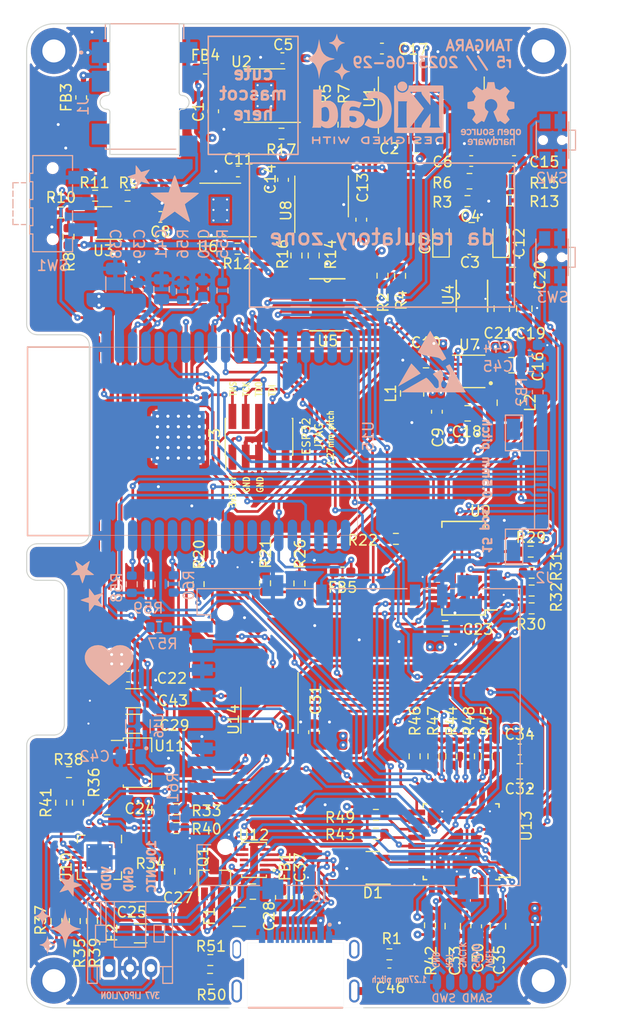
<source format=kicad_pcb>
(kicad_pcb (version 20221018) (generator pcbnew)

  (general
    (thickness 1.566672)
  )

  (paper "A4")
  (layers
    (0 "F.Cu" signal)
    (1 "In1.Cu" signal)
    (2 "In2.Cu" signal)
    (31 "B.Cu" signal)
    (32 "B.Adhes" user "B.Adhesive")
    (33 "F.Adhes" user "F.Adhesive")
    (34 "B.Paste" user)
    (35 "F.Paste" user)
    (36 "B.SilkS" user "B.Silkscreen")
    (37 "F.SilkS" user "F.Silkscreen")
    (38 "B.Mask" user)
    (39 "F.Mask" user)
    (40 "Dwgs.User" user "User.Drawings")
    (41 "Cmts.User" user "User.Comments")
    (42 "Eco1.User" user "User.Eco1")
    (43 "Eco2.User" user "User.Eco2")
    (44 "Edge.Cuts" user)
    (45 "Margin" user)
    (46 "B.CrtYd" user "B.Courtyard")
    (47 "F.CrtYd" user "F.Courtyard")
    (48 "B.Fab" user)
    (49 "F.Fab" user)
    (50 "User.1" user)
    (51 "User.2" user)
    (52 "User.3" user)
    (53 "User.4" user)
    (54 "User.5" user)
    (55 "User.6" user)
    (56 "User.7" user)
    (57 "User.8" user)
    (58 "User.9" user)
  )

  (setup
    (stackup
      (layer "F.SilkS" (type "Top Silk Screen") (color "White"))
      (layer "F.Paste" (type "Top Solder Paste"))
      (layer "F.Mask" (type "Top Solder Mask") (color "Purple") (thickness 0.0254))
      (layer "F.Cu" (type "copper") (thickness 0.04318))
      (layer "dielectric 1" (type "prepreg") (thickness 0.202184) (material "FR408-HR") (epsilon_r 3.69) (loss_tangent 0.0091))
      (layer "In1.Cu" (type "copper") (thickness 0.017272))
      (layer "dielectric 2" (type "core") (thickness 0.9906) (material "FR408-HR") (epsilon_r 3.69) (loss_tangent 0.0091))
      (layer "In2.Cu" (type "copper") (thickness 0.017272))
      (layer "dielectric 3" (type "prepreg") (thickness 0.202184) (material "FR408-HR") (epsilon_r 3.69) (loss_tangent 0.0091))
      (layer "B.Cu" (type "copper") (thickness 0.04318))
      (layer "B.Mask" (type "Bottom Solder Mask") (color "Purple") (thickness 0.0254))
      (layer "B.Paste" (type "Bottom Solder Paste"))
      (layer "B.SilkS" (type "Bottom Silk Screen") (color "White"))
      (copper_finish "ENIG")
      (dielectric_constraints no)
    )
    (pad_to_mask_clearance 0.0508)
    (aux_axis_origin 117.25 51)
    (grid_origin 156.898211 0)
    (pcbplotparams
      (layerselection 0x00010fc_ffffffff)
      (plot_on_all_layers_selection 0x0000000_00000000)
      (disableapertmacros false)
      (usegerberextensions true)
      (usegerberattributes true)
      (usegerberadvancedattributes true)
      (creategerberjobfile true)
      (dashed_line_dash_ratio 12.000000)
      (dashed_line_gap_ratio 3.000000)
      (svgprecision 6)
      (plotframeref false)
      (viasonmask false)
      (mode 1)
      (useauxorigin false)
      (hpglpennumber 1)
      (hpglpenspeed 20)
      (hpglpendiameter 15.000000)
      (dxfpolygonmode true)
      (dxfimperialunits true)
      (dxfusepcbnewfont true)
      (psnegative false)
      (psa4output false)
      (plotreference true)
      (plotvalue true)
      (plotinvisibletext false)
      (sketchpadsonfab false)
      (subtractmaskfromsilk false)
      (outputformat 1)
      (mirror false)
      (drillshape 0)
      (scaleselection 1)
      (outputdirectory "gerbers2")
    )
  )

  (net 0 "")
  (net 1 "GND")
  (net 2 "/ESP_EN")
  (net 3 "BAT_LEVEL")
  (net 4 "SYS_POWER")
  (net 5 "USB.DP")
  (net 6 "USB.DN")
  (net 7 "~{3.5mm_DETECT}")
  (net 8 "/JTAG.TMS")
  (net 9 "/JTAG.TCK")
  (net 10 "/JTAG.TDO")
  (net 11 "/JTAG.TDI")
  (net 12 "/SWD.SWDIO")
  (net 13 "/SWD.SWCLK")
  (net 14 "/SWD.RESET")
  (net 15 "/Power/NTC")
  (net 16 "~{CHG_PWR_OK}")
  (net 17 "I2C.SCL")
  (net 18 "/Power/VBUS_RAW")
  (net 19 "I2C.SDA")
  (net 20 "ESP_SPI.PICO")
  (net 21 "/Peripherals/~{DISPLAY_RST}")
  (net 22 "ESP_SPI.SCLK")
  (net 23 "ESP_SPI.DISPLAY_CS")
  (net 24 "DISPLAY_LED_EN")
  (net 25 "/ESP_BOOT")
  (net 26 "~{SD_VDD_EN}")
  (net 27 "/UART.ESP.TX")
  (net 28 "ESP_SPI.POCI")
  (net 29 "DAC.DATA")
  (net 30 "DAC.BCK")
  (net 31 "ESP_SPI.SD_CS")
  (net 32 "DAC.LRCK")
  (net 33 "SAMD_SPI.POCI")
  (net 34 "/UART.ESP.RX")
  (net 35 "SAMD_SPI.CS")
  (net 36 "SAMD_SPI.PICO")
  (net 37 "/~{SAMD_INT}")
  (net 38 "SAMD_SPI.SCLK")
  (net 39 "CHG_SEL")
  (net 40 "AMP_EN")
  (net 41 "/Power/VBUS_SWITCHED")
  (net 42 "~{GPIO_INT}")
  (net 43 "USB_TCC0")
  (net 44 "USB_TCC1")
  (net 45 "KEY_LOCK")
  (net 46 "CHG_STAT1")
  (net 47 "CHG_STAT2")
  (net 48 "~{TOUCH_INT}")
  (net 49 "DISPLAY_DR")
  (net 50 "+3V3")
  (net 51 "+5VA")
  (net 52 "-5VA")
  (net 53 "KEY_VOL_UP")
  (net 54 "Net-(J7-Pin_1)")
  (net 55 "/Audio/DAC_L")
  (net 56 "Net-(C7-Pad2)")
  (net 57 "/Audio/TIP_SW")
  (net 58 "KEY_VOL_DOWN")
  (net 59 "Net-(J4-CD{slash}DAT3)")
  (net 60 "Net-(J4-CMD)")
  (net 61 "Net-(J4-CLK)")
  (net 62 "Net-(J4-DAT0)")
  (net 63 "Net-(J4-DAT1)")
  (net 64 "Net-(J4-DAT2)")
  (net 65 "unconnected-(J1-Pad6)")
  (net 66 "/Power/CC1")
  (net 67 "/Power/CC2")
  (net 68 "Net-(C12-Pad2)")
  (net 69 "/Audio/DAC_R")
  (net 70 "Net-(U4-VQ)")
  (net 71 "Net-(U4-FIL+)")
  (net 72 "Net-(U10-V_{BAT_SENSE})")
  (net 73 "Net-(U13-VDDCORE)")
  (net 74 "unconnected-(J3-UART_TX-Pad7)")
  (net 75 "unconnected-(J3-UART_RX-Pad9)")
  (net 76 "unconnected-(J3-nRst-Pad10)")
  (net 77 "unconnected-(J6-SBU1-PadA8)")
  (net 78 "unconnected-(J6-SBU2-PadB8)")
  (net 79 "Net-(U7-SWN)")
  (net 80 "Net-(U7-SWP)")
  (net 81 "Net-(Q1-G)")
  (net 82 "Net-(U6-OUT)")
  (net 83 "Net-(U2-OUT)")
  (net 84 "Net-(U4-AOUTL)")
  (net 85 "Net-(U8B--)")
  (net 86 "Net-(U3--)")
  (net 87 "Net-(U3-+)")
  (net 88 "Net-(U6-BW)")
  (net 89 "Net-(U4-AOUTR)")
  (net 90 "Net-(U8A--)")
  (net 91 "Net-(U2-BW)")
  (net 92 "Net-(U14E-~{OE})")
  (net 93 "Net-(U14E-S)")
  (net 94 "Net-(U10-VPCC)")
  (net 95 "Net-(U10-CE)")
  (net 96 "Net-(U10-PROG3)")
  (net 97 "Net-(U10-PROG2)")
  (net 98 "Net-(U10-PROG1)")
  (net 99 "unconnected-(SW1-A-Pad1)")
  (net 100 "unconnected-(U2-NC-Pad2)")
  (net 101 "Net-(U2-IN)")
  (net 102 "unconnected-(U2-NC-Pad5)")
  (net 103 "unconnected-(U2-NC-Pad8)")
  (net 104 "unconnected-(U6-NC-Pad2)")
  (net 105 "Net-(U6-IN)")
  (net 106 "unconnected-(U6-NC-Pad5)")
  (net 107 "unconnected-(U6-NC-Pad8)")
  (net 108 "unconnected-(U9-IO0_6-Pad10)")
  (net 109 "unconnected-(U9-IO1_6-Pad19)")
  (net 110 "unconnected-(U9-IO1_7-Pad20)")
  (net 111 "unconnected-(U12-ORIENT-Pad8)")
  (net 112 "unconnected-(U12-SWMONI-Pad9)")
  (net 113 "unconnected-(U13-SERCOM3.1-Pad22)")
  (net 114 "unconnected-(U15-I39{slash}NOINT-Pad5)")
  (net 115 "unconnected-(U15-SHD{slash}SD2-Pad17)")
  (net 116 "unconnected-(U15-SWP{slash}SD3-Pad18)")
  (net 117 "unconnected-(U15-SCS{slash}CMD-Pad19)")
  (net 118 "unconnected-(U15-SCK{slash}CLK-Pad20)")
  (net 119 "unconnected-(U15-SDO{slash}SD0-Pad21)")
  (net 120 "unconnected-(U15-SDI{slash}SD1-Pad22)")
  (net 121 "unconnected-(U15-IO16-Pad27)")
  (net 122 "unconnected-(U15-IO17-Pad28)")
  (net 123 "unconnected-(U15-NC-Pad32)")
  (net 124 "Net-(C46-Pad1)")
  (net 125 "Net-(J2-Pin_13)")
  (net 126 "Net-(FB3-Pad2)")
  (net 127 "Net-(FB4-Pad2)")
  (net 128 "Net-(J4-VDD)")
  (net 129 "/Audio/POT_SCL")
  (net 130 "/Audio/POT_SDA")
  (net 131 "/Audio/POT_R")
  (net 132 "/Audio/POT_L")
  (net 133 "unconnected-(U16-NC-Pad4)")
  (net 134 "unconnected-(U9-IO1_3-Pad16)")
  (net 135 "unconnected-(U9-IO1_4-Pad17)")
  (net 136 "unconnected-(U9-IO1_5-Pad18)")
  (net 137 "Net-(U12-VBUS)")
  (net 138 "Net-(Q1-S)")
  (net 139 "DAC.MCK")
  (net 140 "SD_CD")

  (footprint "Package_TO_SOT_SMD:TSOT-23" (layer "F.Cu") (at 135.452345 133.388254 90))

  (footprint "Fuse:Fuse_1206_3216Metric" (layer "F.Cu") (at 128.398922 138.476211))

  (footprint "MountingHole:MountingHole_2.2mm_M2_Pad" (layer "F.Cu") (at 166.9 143))

  (footprint "Inductor_SMD:L_1008_2520Metric" (layer "F.Cu") (at 154.359495 86.82128 90))

  (footprint "Capacitor_SMD:C_0805_2012Metric" (layer "F.Cu") (at 125.2 126.4 180))

  (footprint "Resistor_SMD:R_0603_1608Metric" (layer "F.Cu") (at 152.186764 140.485079 180))

  (footprint "Resistor_SMD:R_0603_1608Metric" (layer "F.Cu") (at 122.1 137.3 -90))

  (footprint "Package_DFN_QFN:QFN-20-1EP_4x4mm_P0.5mm_EP2.5x2.5mm_ThermalVias" (layer "F.Cu") (at 124.4625 131.2 -90))

  (footprint "Capacitor_SMD:C_0805_2012Metric" (layer "F.Cu") (at 127.65 134.75))

  (footprint "Capacitor_SMD:C_0603_1608Metric" (layer "F.Cu") (at 160.011013 64.582439 180))

  (footprint "Package_SO:SSOP-24_3.9x8.7mm_P0.635mm" (layer "F.Cu") (at 159.283585 103.539839 180))

  (footprint "Resistor_SMD:R_0603_1608Metric" (layer "F.Cu") (at 150.895998 127.14459))

  (footprint "Resistor_SMD:R_0603_1608Metric" (layer "F.Cu") (at 163.702861 68.350933 180))

  (footprint "Capacitor_SMD:C_0603_1608Metric" (layer "F.Cu") (at 156.730823 88.571527 -90))

  (footprint "Resistor_SMD:R_0603_1608Metric" (layer "F.Cu") (at 120.35 137.3 90))

  (footprint "Capacitor_SMD:C_0805_2012Metric" (layer "F.Cu") (at 162.935883 78.712466 90))

  (footprint "Capacitor_SMD:C_0805_2012Metric" (layer "F.Cu") (at 163.983308 75.479256))

  (footprint "Resistor_SMD:R_0603_1608Metric" (layer "F.Cu") (at 165.791164 107.382484 180))

  (footprint "Capacitor_SMD:C_0603_1608Metric" (layer "F.Cu") (at 127.199942 113.92247))

  (footprint "Resistor_SMD:R_0603_1608Metric" (layer "F.Cu") (at 151.529799 75.553923 -90))

  (footprint "Capacitor_SMD:C_0805_2012Metric" (layer "F.Cu") (at 165.086336 78.712466 90))

  (footprint "Capacitor_SMD:C_0603_1608Metric" (layer "F.Cu") (at 149.498945 70.195736 90))

  (footprint "Resistor_SMD:R_0603_1608Metric" (layer "F.Cu") (at 121.55 123.05 180))

  (footprint "Capacitor_SMD:C_0603_1608Metric" (layer "F.Cu") (at 164.103765 64.582439 180))

  (footprint "Resistor_SMD:R_0603_1608Metric" (layer "F.Cu") (at 120.775 69.5))

  (footprint "Capacitor_SMD:C_0603_1608Metric" (layer "F.Cu") (at 135.33595 59.823358 -90))

  (footprint "footprints:BD91N01NUX-E2" (layer "F.Cu") (at 139.243272 131.449176 180))

  (footprint "Capacitor_SMD:C_0603_1608Metric" (layer "F.Cu") (at 159.84744 73.000137))

  (footprint "Capacitor_SMD:C_0603_1608Metric" (layer "F.Cu") (at 130.288405 69.929115 180))

  (footprint "Resistor_SMD:R_0603_1608Metric" (layer "F.Cu") (at 123.75 137.3 -90))

  (footprint "Capacitor_SMD:C_0805_2012Metric" (layer "F.Cu") (at 158.250275 137.782994 90))

  (footprint "Inductor_SMD:L_0603_1608Metric" (layer "F.Cu") (at 141.810723 135.018827 90))

  (footprint "Capacitor_SMD:C_1206_3216Metric" (layer "F.Cu") (at 127.689634 115.979174))

  (footprint "Resistor_SMD:R_0603_1608Metric" (layer "F.Cu") (at 120.8 125.975 -90))

  (footprint "Resistor_SMD:R_0603_1608Metric" (layer "F.Cu") (at 141.870511 61.969134 180))

  (footprint "Resistor_SMD:R_0603_1608Metric" (layer "F.Cu") (at 127.15 67.9 180))

  (footprint "Capacitor_SMD:C_0603_1608Metric" (layer "F.Cu") (at 141.956848 54.741656 180))

  (footprint "Capacitor_SMD:C_0805_2012Metric" (layer "F.Cu") (at 132.4 132.55 -90))

  (footprint "Capacitor_SMD:C_0603_1608Metric" (layer "F.Cu") (at 137.699757 65.581114 180))

  (footprint "Package_SO:SO-8_3.9x4.9mm_P1.27mm" (layer "F.Cu") (at 145.703945 67.970736 90))

  (footprint "Capacitor_SMD:C_0603_1608Metric" (layer "F.Cu") (at 143.420241 135.021258 90))

  (footprint "Resistor_SMD:R_0603_1608Metric" (layer "F.Cu") (at 152.808805 100.732369 180))

  (footprint "Capacitor_SMD:C_0805_2012Metric" (layer "F.Cu") (at 159.669975 88.722187))

  (footprint "Resistor_SMD:R_0603_1608Metric" (layer "F.Cu") (at 129.375 133 180))

  (footprint "Resistor_SMD:R_0603_1608Metric" (layer "F.Cu") (at 135.064421 141.033811))

  (footprint "Inductor_SMD:L_1008_2520Metric" (layer "F.Cu") (at 163.602982 87.707661 -90))

  (footprint "Capacitor_Tantalum_SMD:CP_EIA-2012-15_AVX-P" (layer "F.Cu") (at 162.868469 72.09412 90))

  (footprint "Resistor_SMD:R_0603_1608Metric" (layer "F.Cu") (at 159.653734 68.417751 180))

  (footprint "Capacitor_SMD:C_0805_2012Metric" (layer "F.Cu")
    (tstamp 8166f636-be54-4d0b-b24b-1f2a874dc1fb)
    (at 160.060262 71.207954)
    (descr "Capacitor SMD 0805 (2012 Metric), square (rectangular) end terminal, IPC_7351 nominal, (Body size source: IPC-SM-782 page 76, https://www.pcb-3d.com/wordpress/wp-content/uploads/ipc-sm-782a_amendment_1_and_2.pdf, https://docs.google.com/spreadsheets/d/1BsfQQcO9C6DZCsRaXUlFlo91Tg2WpOkGARC1WS5S8t0/edit?usp=sharing), generated with kicad-footprint-generator")
    (tags "capacitor")
    (property "MPN" "GRM216R61C105KA88D")
    (property "PN" "")
    (property "Sheetfile" "audio.kicad_sch")
    (property "Sheetname" "Audio")
    (property "ki_description" "Unpolarized capacitor, small symbol")
    (property "ki_keywords" "capacitor cap")
    (path "/aa634b70-9cb7-4291-a4a8-f65abc12d546/3d2e187b-e8c9-4cbc-ae43-c004e0725b92")
    (attr smd)
    (fp_text reference "C4" (at -0.116443 -1.323456) (layer "F.SilkS")
        (effects (font (size 1 1) (thickness 0.15)))
      (tstamp c61d2476-d62a-4d9f-aab1-45204989f6b1)
    )
    (fp_text value "1uF" (at 0.15 1.75) (layer "F.Fab")
        (effects (font (size 1 1) (thickness 0.15)))
      (tstamp 39ff4eb7-e84e-44
... [3748321 chars truncated]
</source>
